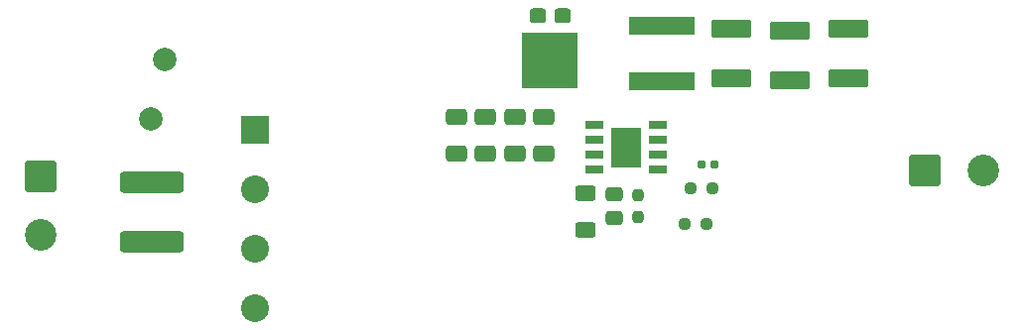
<source format=gbr>
%TF.GenerationSoftware,KiCad,Pcbnew,9.0.6*%
%TF.CreationDate,2025-11-14T16:09:11+05:30*%
%TF.ProjectId,fiveV_2A_LPS,66697665-565f-4324-915f-4c50532e6b69,rev?*%
%TF.SameCoordinates,Original*%
%TF.FileFunction,Soldermask,Top*%
%TF.FilePolarity,Negative*%
%FSLAX46Y46*%
G04 Gerber Fmt 4.6, Leading zero omitted, Abs format (unit mm)*
G04 Created by KiCad (PCBNEW 9.0.6) date 2025-11-14 16:09:11*
%MOMM*%
%LPD*%
G01*
G04 APERTURE LIST*
G04 Aperture macros list*
%AMRoundRect*
0 Rectangle with rounded corners*
0 $1 Rounding radius*
0 $2 $3 $4 $5 $6 $7 $8 $9 X,Y pos of 4 corners*
0 Add a 4 corners polygon primitive as box body*
4,1,4,$2,$3,$4,$5,$6,$7,$8,$9,$2,$3,0*
0 Add four circle primitives for the rounded corners*
1,1,$1+$1,$2,$3*
1,1,$1+$1,$4,$5*
1,1,$1+$1,$6,$7*
1,1,$1+$1,$8,$9*
0 Add four rect primitives between the rounded corners*
20,1,$1+$1,$2,$3,$4,$5,0*
20,1,$1+$1,$4,$5,$6,$7,0*
20,1,$1+$1,$6,$7,$8,$9,0*
20,1,$1+$1,$8,$9,$2,$3,0*%
G04 Aperture macros list end*
%ADD10RoundRect,0.250000X0.650000X-0.412500X0.650000X0.412500X-0.650000X0.412500X-0.650000X-0.412500X0*%
%ADD11RoundRect,0.237500X0.250000X0.237500X-0.250000X0.237500X-0.250000X-0.237500X0.250000X-0.237500X0*%
%ADD12RoundRect,0.250000X-0.625000X0.400000X-0.625000X-0.400000X0.625000X-0.400000X0.625000X0.400000X0*%
%ADD13RoundRect,0.250001X-1.099999X1.099999X-1.099999X-1.099999X1.099999X-1.099999X1.099999X1.099999X0*%
%ADD14C,2.700000*%
%ADD15RoundRect,0.317500X-0.382500X-0.317500X0.382500X-0.317500X0.382500X0.317500X-0.382500X0.317500X0*%
%ADD16R,4.800000X4.720000*%
%ADD17RoundRect,0.237500X0.237500X-0.250000X0.237500X0.250000X-0.237500X0.250000X-0.237500X-0.250000X0*%
%ADD18RoundRect,0.250001X-1.099999X-1.099999X1.099999X-1.099999X1.099999X1.099999X-1.099999X1.099999X0*%
%ADD19RoundRect,0.155000X-0.212500X-0.155000X0.212500X-0.155000X0.212500X0.155000X-0.212500X0.155000X0*%
%ADD20RoundRect,0.250000X-1.450000X0.537500X-1.450000X-0.537500X1.450000X-0.537500X1.450000X0.537500X0*%
%ADD21R,5.700000X1.600000*%
%ADD22RoundRect,0.250000X-0.475000X0.337500X-0.475000X-0.337500X0.475000X-0.337500X0.475000X0.337500X0*%
%ADD23R,1.522000X0.700000*%
%ADD24R,2.500000X3.500000*%
%ADD25RoundRect,0.250000X2.450000X-0.650000X2.450000X0.650000X-2.450000X0.650000X-2.450000X-0.650000X0*%
%ADD26C,2.010000*%
%ADD27R,2.385000X2.385000*%
%ADD28C,2.385000*%
%ADD29RoundRect,0.237500X-0.250000X-0.237500X0.250000X-0.237500X0.250000X0.237500X-0.250000X0.237500X0*%
G04 APERTURE END LIST*
D10*
%TO.C,C2*%
X209500000Y-103562500D03*
X209500000Y-100437500D03*
%TD*%
%TO.C,C3*%
X217000000Y-103562500D03*
X217000000Y-100437500D03*
%TD*%
D11*
%TO.C,R3*%
X231325000Y-106500000D03*
X229500000Y-106500000D03*
%TD*%
D12*
%TO.C,R1*%
X220500000Y-106950000D03*
X220500000Y-110050000D03*
%TD*%
D13*
%TO.C,J1*%
X174000000Y-105500000D03*
D14*
X174000000Y-110500000D03*
%TD*%
D15*
%TO.C,D1*%
X216460000Y-91735000D03*
X218540000Y-91735000D03*
D16*
X217500000Y-95540000D03*
%TD*%
D17*
%TO.C,R2*%
X225000000Y-108912500D03*
X225000000Y-107087500D03*
%TD*%
D18*
%TO.C,J2*%
X249500000Y-105000000D03*
D14*
X254500000Y-105000000D03*
%TD*%
D19*
%TO.C,C7*%
X230432500Y-104500000D03*
X231567500Y-104500000D03*
%TD*%
D10*
%TO.C,C5*%
X212000000Y-103562500D03*
X212000000Y-100437500D03*
%TD*%
D20*
%TO.C,C10*%
X243000000Y-92862500D03*
X243000000Y-97137500D03*
%TD*%
D21*
%TO.C,L1*%
X227000000Y-97350000D03*
X227000000Y-92650000D03*
%TD*%
D22*
%TO.C,C6*%
X223000000Y-106962500D03*
X223000000Y-109037500D03*
%TD*%
D23*
%TO.C,IC1*%
X221286000Y-101095000D03*
X221286000Y-102365000D03*
X221286000Y-103635000D03*
X221286000Y-104905000D03*
X226714000Y-104905000D03*
X226714000Y-103635000D03*
X226714000Y-102365000D03*
X226714000Y-101095000D03*
D24*
X224000000Y-103000000D03*
%TD*%
D25*
%TO.C,C1*%
X183500000Y-111100000D03*
X183500000Y-106000000D03*
%TD*%
D20*
%TO.C,C8*%
X233000000Y-92862500D03*
X233000000Y-97137500D03*
%TD*%
D10*
%TO.C,C4*%
X214500000Y-103562500D03*
X214500000Y-100437500D03*
%TD*%
D26*
%TO.C,F1*%
X184600000Y-95450000D03*
X183400000Y-100550000D03*
%TD*%
D27*
%TO.C,BR1*%
X192346000Y-101500000D03*
D28*
X192346000Y-106580000D03*
X192346000Y-111660000D03*
X192346000Y-116740000D03*
%TD*%
D29*
%TO.C,R4*%
X229000000Y-109510000D03*
X230825000Y-109510000D03*
%TD*%
D20*
%TO.C,C9*%
X238000000Y-93000000D03*
X238000000Y-97275000D03*
%TD*%
M02*

</source>
